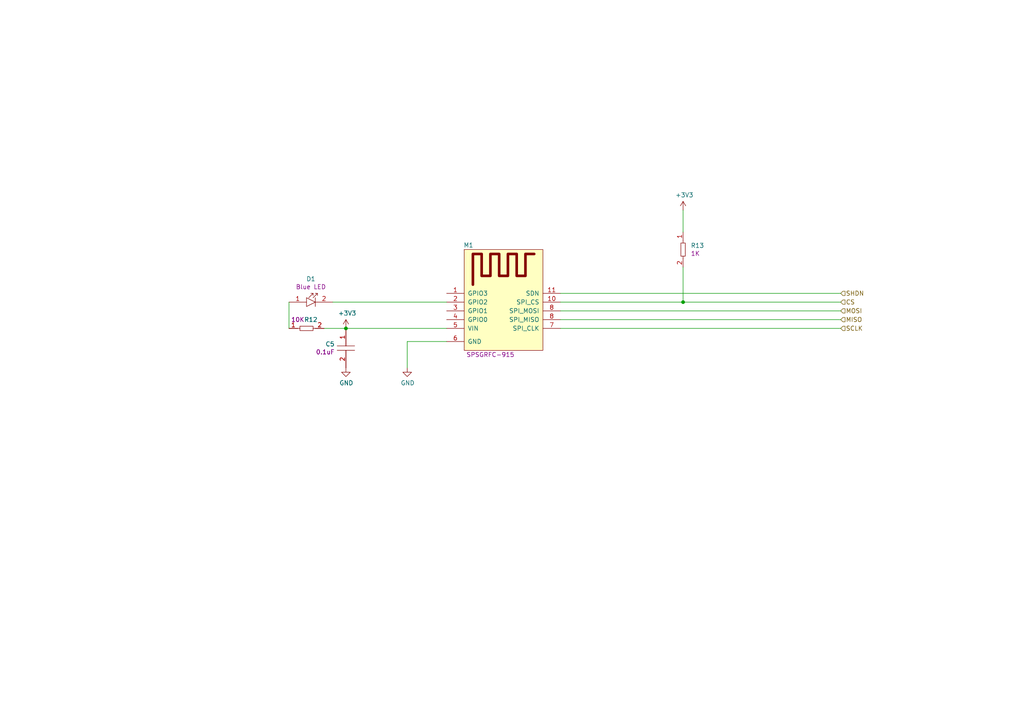
<source format=kicad_sch>
(kicad_sch (version 20231120) (generator "eeschema") (generator_version "8.0")
  (paper "A4")
  (lib_symbols
    (symbol "AVR-KiCAD-Lib-Capacitors:C0402C104K9PACTU" (pin_names (offset 1.016))
      (property "Reference" "C" (at -2.54 2.54 0))
      (property "_Value_" "0.1uF" (at 58.42 63.5 0))
      (symbol "C0402C104K9PACTU_1_1"
        (polyline (pts (xy 0 2.54) (xy 0 -2.54)))
        (polyline (pts (xy 1.27 2.54) (xy 1.27 -2.54)))
        (pin input line (at -5.08 0 0) (length 5.08) (name "~") (number "1"))
        (pin input line (at 6.35 0 180) (length 5.08) (name "~") (number "2"))
      )
    )
    (symbol "AVR-KiCAD-Lib-Diodes:LTST-C194TBKT" (pin_names (offset 1.016))
      (property "Reference" "D" (at -2.54 2.54 0))
      (property "_Value_" "Blue LED" (at 58.42 63.5 0))
      (symbol "LTST-C194TBKT_0_1"
        (polyline (pts (xy -0.635 1.27) (xy 0.635 2.54)))
        (polyline (pts (xy 0.635 2.54) (xy 0 2.54)))
        (polyline (pts (xy 0.635 2.54) (xy 0.635 1.905)))
        (polyline (pts (xy 1.27 -1.27) (xy 1.27 1.27)))
        (polyline (pts (xy 1.905 2.54) (xy 1.905 1.905)))
        (polyline (pts (xy 0.635 1.27) (xy 1.905 2.54) (xy 1.27 2.54)))
        (polyline (pts (xy -1.27 1.27) (xy -1.27 -1.27) (xy 1.27 0) (xy -1.27 1.27)))
      )
      (symbol "LTST-C194TBKT_1_1"
        (pin passive line (at -6.35 0 0) (length 5.08) (name "~") (number "1"))
        (pin passive line (at 6.35 0 180) (length 5.08) (name "~") (number "2"))
      )
    )
    (symbol "AVR-KiCAD-Lib-Modules:SPSGRFC-915" (pin_names (offset 1.016))
      (property "Reference" "M" (at 0 1.27 0))
      (property "_Value_" "SPSGRFC-915" (at 6.35 -30.48 0))
      (symbol "SPSGRFC-915_0_1"
        (rectangle (start 0 0) (end 22.86 -29.21) (fill (type background)))
      )
      (symbol "SPSGRFC-915_1_1"
        (polyline (pts (xy 2.54 -10.16) (xy 2.54 -1.27) (xy 5.08 -1.27) (xy 5.08 -7.62) (xy 7.62 -7.62) (xy 7.62 -1.27) (xy 10.16 -1.27) (xy 10.16 -7.62) (xy 12.7 -7.62) (xy 12.7 -1.27) (xy 15.24 -1.27) (xy 15.24 -7.62) (xy 17.78 -7.62) (xy 17.78 -1.27) (xy 20.32 -1.27)) (stroke (width 0.762)))
        (pin bidirectional line (at -5.08 -12.7 0) (length 5.08) (name "GPIO3") (number "1"))
        (pin output line (at 27.94 -15.24 180) (length 5.08) (name "SPI_CS") (number "10"))
        (pin input line (at 27.94 -12.7 180) (length 5.08) (name "SDN") (number "11"))
        (pin bidirectional line (at -5.08 -15.24 0) (length 5.08) (name "GPIO2") (number "2"))
        (pin bidirectional line (at -5.08 -17.78 0) (length 5.08) (name "GPIO1") (number "3"))
        (pin bidirectional line (at -5.08 -20.32 0) (length 5.08) (name "GPIO0") (number "4"))
        (pin power_in line (at -5.08 -22.86 0) (length 5.08) (name "VIN") (number "5"))
        (pin passive line (at -5.08 -26.67 0) (length 5.08) (name "GND") (number "6"))
        (pin output line (at 27.94 -22.86 180) (length 5.08) (name "SPI_CLK") (number "7"))
        (pin input line (at 27.94 -20.32 180) (length 5.08) (name "SPI_MISO") (number "8"))
        (pin output line (at 27.94 -17.78 180) (length 5.08) (name "SPI_MOSI") (number "8"))
      )
    )
    (symbol "AVR-KiCAD-Lib-Resistors:RC0402FR-0710KL" (pin_names (offset 1.016))
      (property "Reference" "R" (at -2.54 2.54 0))
      (property "Value" "RC0402FR-0710KL" (at 1.27 5.08 0))
      (property "_Value_" "10K" (at 58.42 63.5 0))
      (symbol "RC0402FR-0710KL_0_1"
        (rectangle (start -1.905 0.635) (end 1.905 -0.635))
        (polyline (pts (xy -2.54 0) (xy -1.905 0)))
        (polyline (pts (xy -1.905 0) (xy -1.905 0)))
        (polyline (pts (xy 1.905 0) (xy 1.905 0)))
        (polyline (pts (xy 2.54 0) (xy 1.905 0)))
      )
      (symbol "RC0402FR-0710KL_1_1"
        (pin passive line (at -5.08 0 0) (length 2.5146) (name "~") (number "1"))
        (pin passive line (at 5.08 0 180) (length 2.5146) (name "~") (number "2"))
      )
    )
    (symbol "AVR-KiCAD-Lib-Resistors:RC0402FR-071KL" (pin_names (offset 1.016))
      (property "Reference" "R" (at -2.54 2.54 0))
      (property "Value" "RC0402FR-071KL" (at 1.27 5.08 0))
      (property "_Value_" "1K" (at 58.42 63.5 0))
      (symbol "RC0402FR-071KL_0_1"
        (rectangle (start -1.905 0.635) (end 1.905 -0.635))
        (polyline (pts (xy -2.54 0) (xy -1.905 0)))
        (polyline (pts (xy -1.905 0) (xy -1.905 0)))
        (polyline (pts (xy 1.905 0) (xy 1.905 0)))
        (polyline (pts (xy 2.54 0) (xy 1.905 0)))
      )
      (symbol "RC0402FR-071KL_1_1"
        (pin passive line (at -5.08 0 0) (length 2.5146) (name "~") (number "1"))
        (pin passive line (at 5.08 0 180) (length 2.5146) (name "~") (number "2"))
      )
    )
    (symbol "agricoltura-madre-cape-rescue:+3V3-power" (power) (pin_names (offset 0))
      (property "Value" "power_+3V3" (at 0 3.556 0))
      (symbol "+3V3-power_0_1"
        (polyline (pts (xy -0.762 1.27) (xy 0 2.54)))
        (polyline (pts (xy 0 0) (xy 0 2.54)))
        (polyline (pts (xy 0 2.54) (xy 0.762 1.27)))
      )
      (symbol "+3V3-power_1_1"
        (pin power_in line (at 0 0 90) (length 0) hide (name "+3V3") (number "1"))
      )
    )
    (symbol "agricoltura-madre-cape-rescue:GND-power" (power) (pin_names (offset 0))
      (property "Value" "power_GND" (at 0 -3.81 0))
      (symbol "GND-power_0_1"
        (polyline (pts (xy 0 0) (xy 0 -1.27) (xy 1.27 -1.27) (xy 0 -2.54) (xy -1.27 -1.27) (xy 0 -1.27)))
      )
      (symbol "GND-power_1_1"
        (pin power_in line (at 0 0 270) (length 0) hide (name "GND") (number "1"))
      )
    )
  )
  (junction (at 100.33 95.25))
  (junction (at 198.12 87.63))
  (wire (pts (xy 100.33 95.25) (xy 93.98 95.25)))
  (wire (pts (xy 83.82 95.25) (xy 83.82 87.63)))
  (wire (pts (xy 198.12 87.63) (xy 243.84 87.63)))
  (wire (pts (xy 118.11 99.06) (xy 118.11 106.68)))
  (wire (pts (xy 198.12 77.47) (xy 198.12 87.63)))
  (wire (pts (xy 118.11 99.06) (xy 129.54 99.06)))
  (wire (pts (xy 243.84 92.71) (xy 162.56 92.71)))
  (wire (pts (xy 129.54 95.25) (xy 100.33 95.25)))
  (wire (pts (xy 198.12 60.96) (xy 198.12 67.31)))
  (wire (pts (xy 162.56 85.09) (xy 243.84 85.09)))
  (wire (pts (xy 129.54 87.63) (xy 96.52 87.63)))
  (wire (pts (xy 162.56 90.17) (xy 243.84 90.17)))
  (wire (pts (xy 162.56 95.25) (xy 243.84 95.25)))
  (wire (pts (xy 162.56 87.63) (xy 198.12 87.63)))
  (hierarchical_label "MISO" (shape input) (at 243.84 92.71 0))
  (hierarchical_label "CS" (shape input) (at 243.84 87.63 0))
  (hierarchical_label "MOSI" (shape input) (at 243.84 90.17 0))
  (hierarchical_label "SCLK" (shape input) (at 243.84 95.25 0))
  (hierarchical_label "SHDN" (shape input) (at 243.84 85.09 0))
  (symbol (lib_name "AVR-KiCAD-Lib-Modules:SPSGRFC-915") (lib_id "AVR-KiCAD-Lib-Modules:SPSGRFC-915") (at 134.62 72.39 0) (unit 1)
    (property "Reference" "M1" (at 135.89 71.12 0))
    (property "Value" "SPSGRFC-915" (effects (hide yes)))
    (property "Footprint" "AVR-KiCAD-Lib-Modules:XCVR_SPSGRF-915" (effects (hide yes)))
    (property "Datasheet" "https://www.st.com/content/ccc/resource/technical/document/datasheet/group3/21/ae/a6/78/64/3b/46/5d/DM00347814/files/DM00347814.pdf/jcr:content/translations/en.DM00347814.pdf" (effects (hide yes)))
    (property "Cost QTY: 1" "12.35000" (effects (hide yes)))
    (property "Cost QTY: 1000" "7.82040" (effects (hide yes)))
    (property "Cost QTY: 2500" "*" (effects (hide yes)))
    (property "Cost QTY: 5000" "7.29120" (effects (hide yes)))
    (property "Cost QTY: 10000" "7.05600" (effects (hide yes)))
    (property "MFR" "STMicroelectronics" (effects (hide yes)))
    (property "MFR#" "SPSGRFC-915" (effects (hide yes)))
    (property "Vendor" "Digikey" (effects (hide yes)))
    (property "Vendor #" "497-17226-ND" (effects (hide yes)))
    (property "Designer" "AVR" (effects (hide yes)))
    (property "Height" "2mm" (effects (hide yes)))
    (property "Date Created" "6/4/2020" (effects (hide yes)))
    (property "Date Modified" "6/4/2020" (effects (hide yes)))
    (property "Lead-Free ?" "Yes" (effects (hide yes)))
    (property "RoHS Levels" "1" (effects (hide yes)))
    (property "Mounting" "SMT" (effects (hide yes)))
    (property "Pin Count #" "11" (effects (hide yes)))
    (property "Status" "Active" (effects (hide yes)))
    (property "Tolerance" "*" (effects (hide yes)))
    (property "Type" "SoM" (effects (hide yes)))
    (property "Voltage" "1.8V ~ 3.6V" (effects (hide yes)))
    (property "Package" "Proprietary Module" (effects (hide yes)))
    (property "Description" "General ISM < 1GHz  Transceiver Module 433MHz, 868MHz, 915MHz Antenna Not Included, U.FL Surface Mount" (effects (hide yes)))
    (property "_Value_" "SPSGRFC-915" (at 142.24 102.87 0))
    (property "Management_ID" "*" (effects (hide yes)))
  )
  (symbol (lib_id "AVR-KiCAD-Lib-Resistors:RC0402FR-071KL") (at 198.12 72.39 270) (unit 1)
    (property "Reference" "R13" (at 200.3298 71.2216 90) (effects (justify left)))
    (property "Value" "RC0402FR-071KL" (effects (hide yes)))
    (property "Footprint" "AVR-KiCAD-Lib-Resistors:R0402" (effects (hide yes)))
    (property "Datasheet" "https://www.yageo.com/upload/media/product/productsearch/datasheet/rchip/PYu-RC_Group_51_RoHS_L_10.pdf" (effects (hide yes)))
    (property "Cost QTY: 1" "0.10000" (effects (hide yes)))
    (property "Cost QTY: 1000" "0.00289" (effects (hide yes)))
    (property "Cost QTY: 2500" "0.00251" (effects (hide yes)))
    (property "Cost QTY: 5000" "0.00207" (effects (hide yes)))
    (property "Cost QTY: 10000" "0.00163" (effects (hide yes)))
    (property "MFR" "Yageo" (effects (hide yes)))
    (property "MFR#" "RC0402FR-071KL" (effects (hide yes)))
    (property "Vendor" "Digikey" (effects (hide yes)))
    (property "Vendor #" "311-1.00KLRTR-ND" (effects (hide yes)))
    (property "Designer" "AVR" (effects (hide yes)))
    (property "Height" "0.4mm" (effects (hide yes)))
    (property "Date Created" "12/11/2019" (effects (hide yes)))
    (property "Date Modified" "12/11/2019" (effects (hide yes)))
    (property "Lead-Free ?" "Yes" (effects (hide yes)))
    (property "RoHS Levels" "1" (effects (hide yes)))
    (property "Mounting" "SMT" (effects (hide yes)))
    (property "Pin Count #" "2" (effects (hide yes)))
    (property "Status" "Active" (effects (hide yes)))
    (property "Tolerance" "1%" (effects (hide yes)))
    (property "Type" "Thick Film Resistor" (effects (hide yes)))
    (property "Voltage" "*" (effects (hide yes)))
    (property "Package" "0402" (effects (hide yes)))
    (property "_Value_" "1K" (at 200.3298 73.533 90) (effects (justify left)))
    (property "Management_ID" "*" (effects (hide yes)))
    (property "Description" " kOhms ±1% 0.063W, 1/16W Chip Resistor 0402 (1005 Metric) Moisture Resistant Thick Film" (effects (hide yes)))
    (instances (project "agricoltura-madre-cape" (path "" (reference "R13") (unit 1)) (path "" (reference "R?") (unit 1))))
  )
  (symbol (lib_id "agricoltura-madre-cape-rescue:+3V3-power") (at 198.12 60.96 0) (unit 1)
    (property "Reference" "#PWR031" (effects (hide yes)))
    (property "Value" "+3V3" (at 198.501 56.5658 0))
  )
  (symbol (lib_id "agricoltura-madre-cape-rescue:+3V3-power") (at 100.33 95.25 0) (unit 1)
    (property "Reference" "#PWR028" (effects (hide yes)))
    (property "Value" "+3V3" (at 100.711 90.8558 0))
  )
  (symbol (lib_id "AVR-KiCAD-Lib-Capacitors:C0402C104K9PACTU") (at 100.33 100.33 90) (mirror x) (unit 1)
    (property "Reference" "C5" (at 97.0788 99.7966 90) (effects (justify left)))
    (property "Value" "C0402C104K9PACTU" (effects (hide yes)))
    (property "Footprint" "AVR-KiCAD-Lib-Resistors:R0402" (effects (hide yes)))
    (property "Datasheet" "https://content.kemet.com/datasheets/KEM_C1006_X5R_SMD.pdf" (effects (hide yes)))
    (property "Cost QTY: 1" "0.10000" (effects (hide yes)))
    (property "Cost QTY: 1000" "0.01139" (effects (hide yes)))
    (property "Cost QTY: 2500" "0.01035" (effects (hide yes)))
    (property "Cost QTY: 5000" "0.00952" (effects (hide yes)))
    (property "Cost QTY: 10000" "0.00756" (effects (hide yes)))
    (property "MFR" "KEMET" (effects (hide yes)))
    (property "MFR#" "C0402C104K9PACTU" (effects (hide yes)))
    (property "Vendor" "Digikey" (effects (hide yes)))
    (property "Vendor #" "399-3026-6-ND" (effects (hide yes)))
    (property "Designer" "AVR" (effects (hide yes)))
    (property "Height" "0.55mm" (effects (hide yes)))
    (property "Date Created" "12/7/2019" (effects (hide yes)))
    (property "Date Modified" "12/7/2019" (effects (hide yes)))
    (property "Lead-Free ?" "Yes" (effects (hide yes)))
    (property "RoHS Levels" "1" (effects (hide yes)))
    (property "Mounting" "SMT" (effects (hide yes)))
    (property "Pin Count #" "2" (effects (hide yes)))
    (property "Status" "Active" (effects (hide yes)))
    (property "Tolerance" "10%" (effects (hide yes)))
    (property "Type" "Ceramic Cap" (effects (hide yes)))
    (property "Voltage" "6.3V" (effects (hide yes)))
    (property "Package" "0402" (effects (hide yes)))
    (property "Description" "0.1µF ±10% 6.3V Ceramic Capacitor X5R 0402 (1005 Metric)" (effects (hide yes)))
    (property "_Value_" "0.1uF" (at 97.0788 102.108 90) (effects (justify left)))
    (property "Management_ID" "*" (effects (hide yes)))
    (instances (project "agricoltura-madre-cape" (path "" (reference "C5") (unit 1)) (path "" (reference "C?") (unit 1))))
  )
  (symbol (lib_id "agricoltura-madre-cape-rescue:GND-power") (at 118.11 106.68 0) (unit 1)
    (property "Reference" "#PWR030" (effects (hide yes)))
    (property "Value" "GND" (at 118.237 111.0742 0))
  )
  (symbol (lib_id "agricoltura-madre-cape-rescue:GND-power") (at 100.33 106.68 0) (unit 1)
    (property "Reference" "#PWR029" (effects (hide yes)))
    (property "Value" "GND" (at 100.457 111.0742 0))
  )
  (symbol (lib_id "AVR-KiCAD-Lib-Diodes:LTST-C194TBKT") (at 90.17 87.63 0) (unit 1)
    (property "Reference" "D1" (at 90.17 80.899 0))
    (property "Value" "LTST-C194TBKT" (effects (hide yes)))
    (property "Footprint" "AVR-KiCAD-Lib-Diodes:LED0603" (effects (hide yes)))
    (property "Datasheet" "http://optoelectronics.liteon.com/upload/download/DS22-2010-0025/LTST-C194TBKT.PDF" (effects (hide yes)))
    (property "Cost QTY: 1" "0.42000" (effects (hide yes)))
    (property "Cost QTY: 1000" "0.07797" (effects (hide yes)))
    (property "Cost QTY: 2500" "*" (effects (hide yes)))
    (property "Cost QTY: 5000" "0.06102" (effects (hide yes)))
    (property "Cost QTY: 10000" "0.05424" (effects (hide yes)))
    (property "MFR" "Lite-On Inc." (effects (hide yes)))
    (property "MFR#" "LTST-C194TBKT" (effects (hide yes)))
    (property "Vendor" "Digikey" (effects (hide yes)))
    (property "Vendor #" "160-1837-2-ND" (effects (hide yes)))
    (property "Designer" "AVR" (effects (hide yes)))
    (property "Height" "0.45mm" (effects (hide yes)))
    (property "Date Created" "3/1/2020" (effects (hide yes)))
    (property "Date Modified" "3/1/2020" (effects (hide yes)))
    (property "Lead-Free ?" "Yes" (effects (hide yes)))
    (property "RoHS Levels" "1" (effects (hide yes)))
    (property "Mounting" "SMT" (effects (hide yes)))
    (property "Pin Count #" "2" (effects (hide yes)))
    (property "Status" "Active" (effects (hide yes)))
    (property "Tolerance" "*" (effects (hide yes)))
    (property "Type" "Blue LED Colorless" (effects (hide yes)))
    (property "Voltage" "3.3V" (effects (hide yes)))
    (property "Package" "0603" (effects (hide yes)))
    (property "Description" "Blue 468nm LED Indication - Discrete 3.3V 0603 (1608 Metric)" (effects (hide yes)))
    (property "_Value_" "Blue LED" (at 90.17 83.2104 0))
    (property "Management_ID" "*" (effects (hide yes)))
  )
  (symbol (lib_id "AVR-KiCAD-Lib-Resistors:RC0402FR-0710KL") (at 88.9 95.25 0) (unit 1)
    (property "Reference" "R12" (at 90.17 92.71 0))
    (property "Value" "RC0402FR-0710KL" (effects (hide yes)))
    (property "Footprint" "AVR-KiCAD-Lib-Resistors:R0402" (effects (hide yes)))
    (property "Datasheet" "https://www.yageo.com/upload/media/product/productsearch/datasheet/rchip/PYu-RC_Group_51_RoHS_L_10.pdf" (effects (hide yes)))
    (property "Cost QTY: 1" "0.10000" (effects (hide yes)))
    (property "Cost QTY: 1000" "0.00289" (effects (hide yes)))
    (property "Cost QTY: 2500" "0.00251" (effects (hide yes)))
    (property "Cost QTY: 5000" "0.00207" (effects (hide yes)))
    (property "Cost QTY: 10000" "*" (effects (hide yes)))
    (property "MFR" "Yageo" (effects (hide yes)))
    (property "MFR#" "RC0402FR-0710KL" (effects (hide yes)))
    (property "Vendor" "Digikey" (effects (hide yes)))
    (property "Vendor #" "311-10.0KLRCT-ND" (effects (hide yes)))
    (property "Designer" "AVR" (effects (hide yes)))
    (property "Height" "0.4mm" (effects (hide yes)))
    (property "Date Created" "12/11/2019" (effects (hide yes)))
    (property "Date Modified" "12/11/2019" (effects (hide yes)))
    (property "Lead-Free ?" "Yes" (effects (hide yes)))
    (property "RoHS Levels" "1" (effects (hide yes)))
    (property "Mounting" "SMT" (effects (hide yes)))
    (property "Pin Count #" "2" (effects (hide yes)))
    (property "Status" "Active" (effects (hide yes)))
    (property "Tolerance" "1%" (effects (hide yes)))
    (property "Type" "Thick FIlm Resistor" (effects (hide yes)))
    (property "Voltage" "*" (effects (hide yes)))
    (property "Package" "0402" (effects (hide yes)))
    (property "_Value_" "10K" (at 86.36 92.71 0))
    (property "Management_ID" "*" (effects (hide yes)))
    (property "Description" "10 kOhms ±1% 0.063W, 1/16W Chip Resistor 0402 (1005 Metric) Moisture Resistant Thick Film" (effects (hide yes)))
  )
)
</source>
